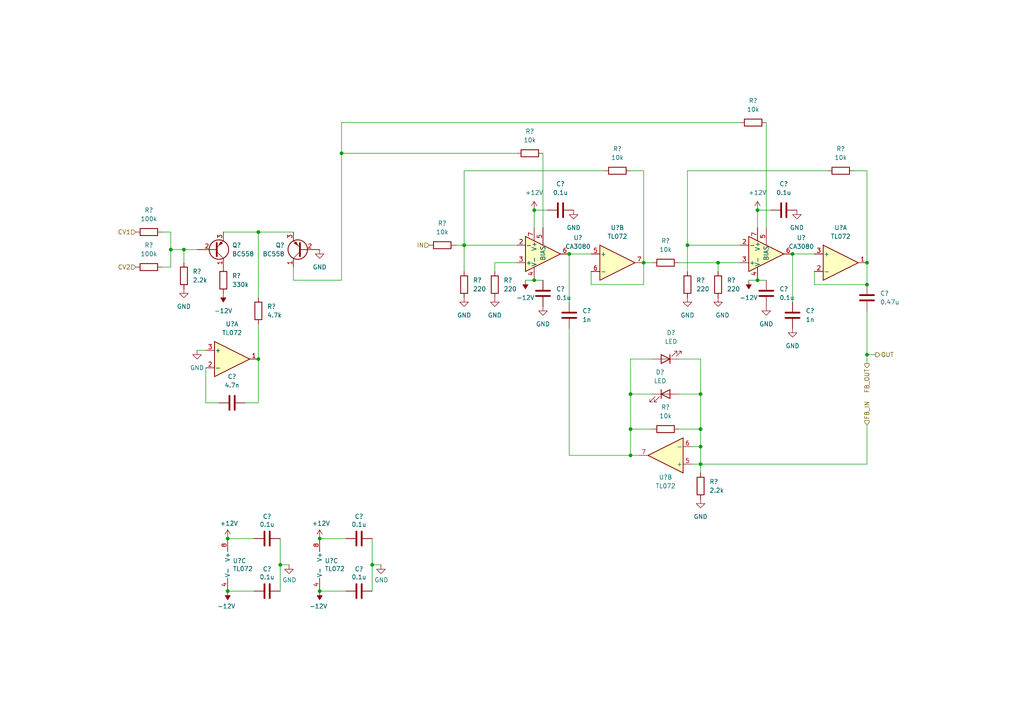
<source format=kicad_sch>
(kicad_sch (version 20211123) (generator eeschema)
  (paper "A4")
  (lib_symbols
    (symbol "Amplifier_Operational:CA3080" (pin_names (offset 0.127))
      (property "Reference" "U" (at 1.27 3.81 0))
      (property "Value" "CA3080" (at 1.27 -3.81 0))
      (symbol "CA3080_0_1"
        (polyline (pts (xy 5.08 0) (xy -5.08 -5.08) (xy -5.08 5.08) (xy 5.08 0)) (stroke (width 0.254)) (fill (type background)))
      )
      (symbol "CA3080_1_1"
        (pin no_connect line (at -2.54 2.54 270) (length 2.54) hide (name "NC") (number "1"))
        (pin input line (at -7.62 2.54 0) (length 2.54) (name "-") (number "2"))
        (pin input line (at -7.62 -2.54 0) (length 2.54) (name "+") (number "3"))
        (pin power_in line (at -2.54 -7.62 90) (length 3.81) (name "V-") (number "4"))
        (pin passive line (at 0 7.62 270) (length 5.08) (name "BIAS") (number "5"))
        (pin output line (at 7.62 0 180) (length 2.54) (name "~") (number "6"))
        (pin power_in line (at -2.54 7.62 270) (length 3.81) (name "V+") (number "7"))
        (pin no_connect line (at 0 2.54 270) (length 2.54) hide (name "NC") (number "8"))
      )
    )
    (symbol "Amplifier_Operational:TL072" (pin_names (offset 0.127))
      (property "Reference" "U" (at 0 5.08 0))
      (property "Value" "TL072" (at 0 -5.08 0))
      (symbol "TL072_1_1"
        (polyline (pts (xy -5.08 5.08) (xy 5.08 0) (xy -5.08 -5.08) (xy -5.08 5.08)) (stroke (width 0.254)) (fill (type background)))
        (pin output line (at 7.62 0 180) (length 2.54) (name "~") (number "1"))
        (pin input line (at -7.62 -2.54 0) (length 2.54) (name "-") (number "2"))
        (pin input line (at -7.62 2.54 0) (length 2.54) (name "+") (number "3"))
      )
      (symbol "TL072_2_1"
        (polyline (pts (xy -5.08 5.08) (xy 5.08 0) (xy -5.08 -5.08) (xy -5.08 5.08)) (stroke (width 0.254)) (fill (type background)))
        (pin input line (at -7.62 2.54 0) (length 2.54) (name "+") (number "5"))
        (pin input line (at -7.62 -2.54 0) (length 2.54) (name "-") (number "6"))
        (pin output line (at 7.62 0 180) (length 2.54) (name "~") (number "7"))
      )
      (symbol "TL072_3_1"
        (pin power_in line (at -2.54 -7.62 90) (length 3.81) (name "V-") (number "4"))
        (pin power_in line (at -2.54 7.62 270) (length 3.81) (name "V+") (number "8"))
      )
    )
    (symbol "Device:C" (pin_numbers hide) (pin_names (offset 0.254))
      (property "Reference" "C" (at 0.635 2.54 0))
      (property "Value" "C" (at 0.635 -2.54 0))
      (symbol "C_0_1"
        (polyline (pts (xy -2.032 -0.762) (xy 2.032 -0.762)) (stroke (width 0.508)))
        (polyline (pts (xy -2.032 0.762) (xy 2.032 0.762)) (stroke (width 0.508)))
      )
      (symbol "C_1_1"
        (pin passive line (at 0 3.81 270) (length 2.794) (name "~") (number "1"))
        (pin passive line (at 0 -3.81 90) (length 2.794) (name "~") (number "2"))
      )
    )
    (symbol "Device:LED" (pin_numbers hide) (pin_names (offset 1.016) hide)
      (property "Reference" "D" (at 0 2.54 0))
      (property "Value" "LED" (at 0 -2.54 0))
      (symbol "LED_0_1"
        (polyline (pts (xy -1.27 -1.27) (xy -1.27 1.27)) (stroke (width 0.254)))
        (polyline (pts (xy -1.27 0) (xy 1.27 0)))
        (polyline (pts (xy 1.27 -1.27) (xy 1.27 1.27) (xy -1.27 0) (xy 1.27 -1.27)) (stroke (width 0.254)))
        (polyline (pts (xy -3.048 -0.762) (xy -4.572 -2.286) (xy -3.81 -2.286) (xy -4.572 -2.286) (xy -4.572 -1.524)))
        (polyline (pts (xy -1.778 -0.762) (xy -3.302 -2.286) (xy -2.54 -2.286) (xy -3.302 -2.286) (xy -3.302 -1.524)))
      )
      (symbol "LED_1_1"
        (pin passive line (at -3.81 0 0) (length 2.54) (name "K") (number "1"))
        (pin passive line (at 3.81 0 180) (length 2.54) (name "A") (number "2"))
      )
    )
    (symbol "Device:R" (pin_numbers hide) (pin_names (offset 0))
      (property "Reference" "R" (at 2.032 0 90))
      (property "Value" "R" (at 0 0 90))
      (symbol "R_0_1"
        (rectangle (start -1.016 -2.54) (end 1.016 2.54) (stroke (width 0.254)))
      )
      (symbol "R_1_1"
        (pin passive line (at 0 3.81 270) (length 1.27) (name "~") (number "1"))
        (pin passive line (at 0 -3.81 90) (length 1.27) (name "~") (number "2"))
      )
    )
    (symbol "Transistor_BJT:BC558" (pin_names (offset 0) hide)
      (property "Reference" "Q" (at 5.08 1.905 0))
      (property "Value" "BC558" (at 5.08 0 0))
      (symbol "BC558_0_1"
        (polyline (pts (xy 0.635 0.635) (xy 2.54 2.54)))
        (polyline (pts (xy 0.635 -0.635) (xy 2.54 -2.54) (xy 2.54 -2.54)))
        (polyline (pts (xy 0.635 1.905) (xy 0.635 -1.905) (xy 0.635 -1.905)) (stroke (width 0.508)))
        (polyline (pts (xy 2.286 -1.778) (xy 1.778 -2.286) (xy 1.27 -1.27) (xy 2.286 -1.778) (xy 2.286 -1.778)) (fill (type outline)))
        (circle (center 1.27 0) (radius 2.8194) (stroke (width 0.254)))
      )
      (symbol "BC558_1_1"
        (pin passive line (at 2.54 5.08 270) (length 2.54) (name "C") (number "1"))
        (pin input line (at -5.08 0 0) (length 5.715) (name "B") (number "2"))
        (pin passive line (at 2.54 -5.08 90) (length 2.54) (name "E") (number "3"))
      )
    )
    (symbol "power:+12V" (power) (pin_names (offset 0))
      (property "Value" "+12V" (at 0 3.556 0))
      (symbol "+12V_0_1"
        (polyline (pts (xy -0.762 1.27) (xy 0 2.54)))
        (polyline (pts (xy 0 0) (xy 0 2.54)))
        (polyline (pts (xy 0 2.54) (xy 0.762 1.27)))
      )
      (symbol "+12V_1_1"
        (pin power_in line (at 0 0 90) (length 0) hide (name "+12V") (number "1"))
      )
    )
    (symbol "power:-12V" (power) (pin_names (offset 0))
      (property "Value" "-12V" (at 0 3.81 0))
      (symbol "-12V_0_0"
        (pin power_in line (at 0 0 90) (length 0) hide (name "-12V") (number "1"))
      )
      (symbol "-12V_0_1"
        (polyline (pts (xy 0 0) (xy 0 1.27) (xy 0.762 1.27) (xy 0 2.54) (xy -0.762 1.27) (xy 0 1.27)) (fill (type outline)))
      )
    )
    (symbol "power:GND" (power) (pin_names (offset 0))
      (property "Value" "GND" (at 0 -3.81 0))
      (symbol "GND_0_1"
        (polyline (pts (xy 0 0) (xy 0 -1.27) (xy 1.27 -1.27) (xy 0 -2.54) (xy -1.27 -1.27) (xy 0 -1.27)))
      )
      (symbol "GND_1_1"
        (pin power_in line (at 0 0 270) (length 0) hide (name "GND") (number "1"))
      )
    )
  )
  (junction (at 92.71 156.21))
  (junction (at 154.94 60.96))
  (junction (at 49.53 72.39))
  (junction (at 165.1 73.66))
  (junction (at 92.71 171.45))
  (junction (at 66.04 156.21))
  (junction (at 99.06 44.45))
  (junction (at 182.88 124.46))
  (junction (at 53.34 72.39))
  (junction (at 219.71 81.28))
  (junction (at 251.46 82.55))
  (junction (at 251.46 102.87))
  (junction (at 66.04 171.45))
  (junction (at 203.2 134.62))
  (junction (at 186.69 76.2))
  (junction (at 199.39 71.12))
  (junction (at 182.88 114.3))
  (junction (at 74.93 104.14))
  (junction (at 251.46 76.2))
  (junction (at 203.2 114.3))
  (junction (at 219.71 60.96))
  (junction (at 74.93 67.31))
  (junction (at 81.28 163.83))
  (junction (at 134.62 71.12))
  (junction (at 182.88 132.08))
  (junction (at 208.28 76.2))
  (junction (at 107.95 163.83))
  (junction (at 203.2 124.46))
  (junction (at 203.2 129.54))
  (junction (at 154.94 81.28))
  (junction (at 229.87 73.66))
  (wire (pts (xy 251.46 102.87) (xy 251.46 105.41)))
  (wire (pts (xy 143.51 78.74) (xy 143.51 76.2)))
  (wire (pts (xy 49.53 77.47) (xy 46.99 77.47)))
  (wire (pts (xy 134.62 71.12) (xy 134.62 78.74)))
  (wire (pts (xy 203.2 129.54) (xy 203.2 134.62)))
  (wire (pts (xy 53.34 76.2) (xy 53.34 72.39)))
  (wire (pts (xy 251.46 49.53) (xy 251.46 76.2)))
  (wire (pts (xy 208.28 76.2) (xy 214.63 76.2)))
  (wire (pts (xy 85.09 77.47) (xy 85.09 81.28)))
  (wire (pts (xy 251.46 82.55) (xy 251.46 76.2)))
  (wire (pts (xy 251.46 123.19) (xy 251.46 134.62)))
  (wire (pts (xy 223.52 60.96) (xy 219.71 60.96)))
  (wire (pts (xy 59.69 116.84) (xy 63.5 116.84)))
  (wire (pts (xy 171.45 78.74) (xy 171.45 82.55)))
  (wire (pts (xy 222.25 35.56) (xy 222.25 66.04)))
  (wire (pts (xy 152.4 81.28) (xy 154.94 81.28)))
  (wire (pts (xy 154.94 60.96) (xy 154.94 66.04)))
  (wire (pts (xy 100.33 156.21) (xy 92.71 156.21)))
  (wire (pts (xy 99.06 81.28) (xy 99.06 44.45)))
  (wire (pts (xy 199.39 71.12) (xy 214.63 71.12)))
  (wire (pts (xy 165.1 73.66) (xy 165.1 87.63)))
  (wire (pts (xy 214.63 35.56) (xy 99.06 35.56)))
  (wire (pts (xy 186.69 82.55) (xy 186.69 76.2)))
  (wire (pts (xy 186.69 49.53) (xy 186.69 76.2)))
  (wire (pts (xy 217.17 81.28) (xy 219.71 81.28)))
  (wire (pts (xy 229.87 73.66) (xy 229.87 87.63)))
  (wire (pts (xy 71.12 116.84) (xy 74.93 116.84)))
  (wire (pts (xy 154.94 81.28) (xy 157.48 81.28)))
  (wire (pts (xy 203.2 114.3) (xy 203.2 124.46)))
  (wire (pts (xy 196.85 114.3) (xy 203.2 114.3)))
  (wire (pts (xy 134.62 49.53) (xy 134.62 71.12)))
  (wire (pts (xy 66.04 171.45) (xy 73.66 171.45)))
  (wire (pts (xy 229.87 73.66) (xy 236.22 73.66)))
  (wire (pts (xy 236.22 82.55) (xy 251.46 82.55)))
  (wire (pts (xy 99.06 35.56) (xy 99.06 44.45)))
  (wire (pts (xy 73.66 156.21) (xy 66.04 156.21)))
  (wire (pts (xy 251.46 134.62) (xy 203.2 134.62)))
  (wire (pts (xy 182.88 104.14) (xy 189.23 104.14)))
  (wire (pts (xy 57.15 101.6) (xy 59.69 101.6)))
  (wire (pts (xy 74.93 116.84) (xy 74.93 104.14)))
  (wire (pts (xy 165.1 95.25) (xy 165.1 132.08)))
  (wire (pts (xy 107.95 156.21) (xy 107.95 163.83)))
  (wire (pts (xy 165.1 132.08) (xy 182.88 132.08)))
  (wire (pts (xy 85.09 81.28) (xy 99.06 81.28)))
  (wire (pts (xy 182.88 49.53) (xy 186.69 49.53)))
  (wire (pts (xy 171.45 82.55) (xy 186.69 82.55)))
  (wire (pts (xy 203.2 129.54) (xy 200.66 129.54)))
  (wire (pts (xy 81.28 156.21) (xy 81.28 163.83)))
  (wire (pts (xy 143.51 76.2) (xy 149.86 76.2)))
  (wire (pts (xy 74.93 67.31) (xy 85.09 67.31)))
  (wire (pts (xy 240.03 49.53) (xy 199.39 49.53)))
  (wire (pts (xy 182.88 124.46) (xy 182.88 132.08)))
  (wire (pts (xy 81.28 163.83) (xy 81.28 171.45)))
  (wire (pts (xy 203.2 134.62) (xy 203.2 137.16)))
  (wire (pts (xy 81.28 163.83) (xy 83.82 163.83)))
  (wire (pts (xy 175.26 49.53) (xy 134.62 49.53)))
  (wire (pts (xy 196.85 124.46) (xy 203.2 124.46)))
  (wire (pts (xy 208.28 78.74) (xy 208.28 76.2)))
  (wire (pts (xy 196.85 76.2) (xy 208.28 76.2)))
  (wire (pts (xy 203.2 104.14) (xy 203.2 114.3)))
  (wire (pts (xy 189.23 76.2) (xy 186.69 76.2)))
  (wire (pts (xy 59.69 106.68) (xy 59.69 116.84)))
  (wire (pts (xy 182.88 104.14) (xy 182.88 114.3)))
  (wire (pts (xy 132.08 71.12) (xy 134.62 71.12)))
  (wire (pts (xy 165.1 73.66) (xy 171.45 73.66)))
  (wire (pts (xy 92.71 171.45) (xy 100.33 171.45)))
  (wire (pts (xy 64.77 67.31) (xy 74.93 67.31)))
  (wire (pts (xy 158.75 60.96) (xy 154.94 60.96)))
  (wire (pts (xy 157.48 44.45) (xy 157.48 66.04)))
  (wire (pts (xy 46.99 67.31) (xy 49.53 67.31)))
  (wire (pts (xy 74.93 93.98) (xy 74.93 104.14)))
  (wire (pts (xy 199.39 49.53) (xy 199.39 71.12)))
  (wire (pts (xy 251.46 90.17) (xy 251.46 102.87)))
  (wire (pts (xy 49.53 67.31) (xy 49.53 72.39)))
  (wire (pts (xy 219.71 60.96) (xy 219.71 66.04)))
  (wire (pts (xy 49.53 72.39) (xy 49.53 77.47)))
  (wire (pts (xy 203.2 124.46) (xy 203.2 129.54)))
  (wire (pts (xy 182.88 114.3) (xy 189.23 114.3)))
  (wire (pts (xy 74.93 67.31) (xy 74.93 86.36)))
  (wire (pts (xy 149.86 71.12) (xy 134.62 71.12)))
  (wire (pts (xy 107.95 163.83) (xy 110.49 163.83)))
  (wire (pts (xy 219.71 81.28) (xy 222.25 81.28)))
  (wire (pts (xy 99.06 44.45) (xy 149.86 44.45)))
  (wire (pts (xy 182.88 132.08) (xy 185.42 132.08)))
  (wire (pts (xy 182.88 124.46) (xy 189.23 124.46)))
  (wire (pts (xy 203.2 134.62) (xy 200.66 134.62)))
  (wire (pts (xy 251.46 102.87) (xy 254 102.87)))
  (wire (pts (xy 199.39 71.12) (xy 199.39 78.74)))
  (wire (pts (xy 107.95 163.83) (xy 107.95 171.45)))
  (wire (pts (xy 247.65 49.53) (xy 251.46 49.53)))
  (wire (pts (xy 49.53 72.39) (xy 53.34 72.39)))
  (wire (pts (xy 182.88 114.3) (xy 182.88 124.46)))
  (wire (pts (xy 53.34 72.39) (xy 57.15 72.39)))
  (wire (pts (xy 236.22 78.74) (xy 236.22 82.55)))
  (wire (pts (xy 196.85 104.14) (xy 203.2 104.14)))
  (hierarchical_label "FB_OUT" (shape output) (at 251.46 105.41 270))
  (hierarchical_label "CV2" (shape input) (at 39.37 77.47 180))
  (hierarchical_label "IN" (shape input) (at 124.46 71.12 180))
  (hierarchical_label "FB_IN" (shape input) (at 251.46 123.19 90))
  (hierarchical_label "CV1" (shape input) (at 39.37 67.31 180))
  (hierarchical_label "OUT" (shape output) (at 254 102.87 0))
  (symbol (lib_id "Device:R") (at 43.18 67.31 90) (unit 1)
    (property "Reference" "R?" (at 43.18 60.96 90))
    (property "Value" "100k" (at 43.18 63.5 90))
  )
  (symbol (lib_id "Device:R") (at 203.2 140.97 180) (unit 1)
    (property "Reference" "R?" (at 205.74 139.6999 0) (effects (justify right)))
    (property "Value" "2.2k" (at 205.74 142.2399 0) (effects (justify right)))
  )
  (symbol (lib_id "Device:R") (at 143.51 82.55 0) (unit 1)
    (property "Reference" "R?" (at 146.05 81.2799 0) (effects (justify left)))
    (property "Value" "220" (at 146.05 83.8199 0) (effects (justify left)))
  )
  (symbol (lib_id "Device:C") (at 165.1 91.44 0) (unit 1)
    (property "Reference" "C?" (at 168.91 90.1699 0) (effects (justify left)))
    (property "Value" "1n" (at 168.91 92.7099 0) (effects (justify left)))
  )
  (symbol (lib_id "Device:C") (at 222.25 85.09 180) (unit 1)
    (property "Reference" "C?" (at 226.06 83.8199 0) (effects (justify right)))
    (property "Value" "0.1u" (at 226.06 86.3599 0) (effects (justify right)))
  )
  (symbol (lib_id "power:GND") (at 134.62 86.36 0) (unit 1)
    (property "Reference" "#PWR?" (effects hide))
    (property "Value" "GND" (at 134.62 91.44 0))
  )
  (symbol (lib_id "power:GND") (at 199.39 86.36 0) (unit 1)
    (property "Reference" "#PWR?" (effects hide))
    (property "Value" "GND" (at 199.39 91.44 0))
  )
  (symbol (lib_id "Amplifier_Operational:TL072") (at 193.04 132.08 180) (unit 2)
    (property "Reference" "U?" (at 193.04 138.43 0))
    (property "Value" "TL072" (at 193.04 140.97 0))
    (property "Datasheet" "http://www.ti.com/lit/ds/symlink/tl071.pdf" (effects hide))
  )
  (symbol (lib_id "Device:R") (at 128.27 71.12 90) (unit 1)
    (property "Reference" "R?" (at 128.27 64.77 90))
    (property "Value" "10k" (at 128.27 67.31 90))
  )
  (symbol (lib_id "Device:R") (at 199.39 82.55 0) (unit 1)
    (property "Reference" "R?" (at 201.93 81.2799 0) (effects (justify left)))
    (property "Value" "220" (at 201.93 83.8199 0) (effects (justify left)))
  )
  (symbol (lib_id "Transistor_BJT:BC558") (at 87.63 72.39 180) (unit 1)
    (property "Reference" "Q?" (at 82.55 71.1199 0) (effects (justify left)))
    (property "Value" "BC558" (at 82.55 73.6599 0) (effects (justify left)))
    (property "Footprint" "Package_TO_SOT_THT:TO-92_Inline" (effects hide))
    (property "Datasheet" "https://www.onsemi.com/pub/Collateral/BC556BTA-D.pdf" (effects hide))
  )
  (symbol (lib_id "Device:C") (at 229.87 91.44 0) (unit 1)
    (property "Reference" "C?" (at 233.68 90.1699 0) (effects (justify left)))
    (property "Value" "1n" (at 233.68 92.7099 0) (effects (justify left)))
  )
  (symbol (lib_id "Device:LED") (at 193.04 104.14 180) (unit 1)
    (property "Reference" "D?" (at 194.6275 96.52 0))
    (property "Value" "LED" (at 194.6275 99.06 0))
  )
  (symbol (lib_id "Device:C") (at 157.48 85.09 180) (unit 1)
    (property "Reference" "C?" (at 161.29 83.8199 0) (effects (justify right)))
    (property "Value" "0.1u" (at 161.29 86.3599 0) (effects (justify right)))
  )
  (symbol (lib_id "power:GND") (at 83.82 163.83 0) (unit 1)
    (property "Reference" "#PWR?" (effects hide))
    (property "Value" "GND" (at 83.947 168.2242 0))
  )
  (symbol (lib_id "Device:R") (at 179.07 49.53 90) (unit 1)
    (property "Reference" "R?" (at 179.07 43.18 90))
    (property "Value" "10k" (at 179.07 45.72 90))
  )
  (symbol (lib_id "power:GND") (at 57.15 101.6 0) (unit 1)
    (property "Reference" "#PWR?" (effects hide))
    (property "Value" "GND" (at 57.15 106.68 0))
  )
  (symbol (lib_id "Amplifier_Operational:CA3080") (at 222.25 73.66 0) (unit 1)
    (property "Reference" "U?" (at 232.41 68.961 0))
    (property "Value" "CA3080" (at 232.41 71.501 0))
    (property "Datasheet" "http://www.intersil.com/content/dam/Intersil/documents/ca30/ca3080-a.pdf" (effects hide))
  )
  (symbol (lib_id "power:-12V") (at 152.4 81.28 180) (unit 1)
    (property "Reference" "#PWR?" (effects hide))
    (property "Value" "-12V" (at 152.4 86.36 0))
  )
  (symbol (lib_id "power:-12V") (at 92.71 171.45 180) (unit 1)
    (property "Reference" "#PWR?" (effects hide))
    (property "Value" "-12V" (at 92.329 175.8442 0))
  )
  (symbol (lib_id "Amplifier_Operational:TL072") (at 243.84 76.2 0) (unit 1)
    (property "Reference" "U?" (at 243.84 66.04 0))
    (property "Value" "TL072" (at 243.84 68.58 0))
    (property "Datasheet" "http://www.ti.com/lit/ds/symlink/tl071.pdf" (effects hide))
  )
  (symbol (lib_id "power:GND") (at 229.87 95.25 0) (unit 1)
    (property "Reference" "#PWR?" (effects hide))
    (property "Value" "GND" (at 229.87 100.33 0))
  )
  (symbol (lib_id "Device:R") (at 153.67 44.45 90) (unit 1)
    (property "Reference" "R?" (at 153.67 38.1 90))
    (property "Value" "10k" (at 153.67 40.64 90))
  )
  (symbol (lib_id "Amplifier_Operational:TL072") (at 95.25 163.83 0) (unit 3)
    (property "Reference" "U?" (at 94.1832 162.6616 0) (effects (justify left)))
    (property "Value" "TL072" (at 94.1832 164.973 0) (effects (justify left)))
    (property "Footprint" "Package_DIP:DIP-8_W7.62mm_Socket" (effects hide))
    (property "Datasheet" "http://www.ti.com/lit/ds/symlink/tl071.pdf" (effects hide))
  )
  (symbol (lib_id "Device:C") (at 77.47 156.21 90) (unit 1)
    (property "Reference" "C?" (at 77.47 149.8092 90))
    (property "Value" "0.1u" (at 77.47 152.1206 90))
    (property "Footprint" "Capacitor_THT:C_Disc_D5.0mm_W2.5mm_P5.00mm" (effects hide))
  )
  (symbol (lib_id "Device:R") (at 193.04 124.46 90) (unit 1)
    (property "Reference" "R?" (at 193.04 118.11 90))
    (property "Value" "10k" (at 193.04 120.65 90))
  )
  (symbol (lib_id "power:+12V") (at 92.71 156.21 0) (unit 1)
    (property "Reference" "#PWR?" (effects hide))
    (property "Value" "+12V" (at 93.091 151.8158 0))
  )
  (symbol (lib_id "power:GND") (at 208.28 86.36 0) (unit 1)
    (property "Reference" "#PWR?" (effects hide))
    (property "Value" "GND" (at 209.55 91.44 0))
  )
  (symbol (lib_id "power:GND") (at 166.37 60.96 0) (unit 1)
    (property "Reference" "#PWR?" (effects hide))
    (property "Value" "GND" (at 166.37 66.04 0))
  )
  (symbol (lib_id "Device:R") (at 193.04 76.2 90) (unit 1)
    (property "Reference" "R?" (at 193.04 69.85 90))
    (property "Value" "10k" (at 193.04 72.39 90))
  )
  (symbol (lib_id "Device:C") (at 104.14 171.45 90) (unit 1)
    (property "Reference" "C?" (at 104.14 165.0492 90))
    (property "Value" "0.1u" (at 104.14 167.3606 90))
    (property "Footprint" "Capacitor_THT:C_Disc_D5.0mm_W2.5mm_P5.00mm" (effects hide))
  )
  (symbol (lib_id "Device:R") (at 243.84 49.53 90) (unit 1)
    (property "Reference" "R?" (at 243.84 43.18 90))
    (property "Value" "10k" (at 243.84 45.72 90))
  )
  (symbol (lib_id "Device:C") (at 104.14 156.21 90) (unit 1)
    (property "Reference" "C?" (at 104.14 149.8092 90))
    (property "Value" "0.1u" (at 104.14 152.1206 90))
    (property "Footprint" "Capacitor_THT:C_Disc_D5.0mm_W2.5mm_P5.00mm" (effects hide))
  )
  (symbol (lib_id "power:GND") (at 203.2 144.78 0) (unit 1)
    (property "Reference" "#PWR?" (effects hide))
    (property "Value" "GND" (at 203.2 149.86 0))
  )
  (symbol (lib_id "Device:R") (at 208.28 82.55 0) (unit 1)
    (property "Reference" "R?" (at 210.82 81.2799 0) (effects (justify left)))
    (property "Value" "220" (at 210.82 83.8199 0) (effects (justify left)))
  )
  (symbol (lib_id "power:GND") (at 231.14 60.96 0) (unit 1)
    (property "Reference" "#PWR?" (effects hide))
    (property "Value" "GND" (at 231.14 66.04 0))
  )
  (symbol (lib_id "power:GND") (at 92.71 72.39 0) (unit 1)
    (property "Reference" "#PWR?" (effects hide))
    (property "Value" "GND" (at 92.71 77.47 0))
  )
  (symbol (lib_id "Device:C") (at 227.33 60.96 270) (unit 1)
    (property "Reference" "C?" (at 227.33 53.34 90))
    (property "Value" "0.1u" (at 227.33 55.88 90))
  )
  (symbol (lib_id "Device:R") (at 134.62 82.55 0) (unit 1)
    (property "Reference" "R?" (at 137.16 81.2799 0) (effects (justify left)))
    (property "Value" "220" (at 137.16 83.8199 0) (effects (justify left)))
  )
  (symbol (lib_id "Device:C") (at 67.31 116.84 90) (unit 1)
    (property "Reference" "C?" (at 67.31 109.22 90))
    (property "Value" "4.7n" (at 67.31 111.76 90))
  )
  (symbol (lib_id "Device:R") (at 74.93 90.17 0) (unit 1)
    (property "Reference" "R?" (at 77.47 88.8999 0) (effects (justify left)))
    (property "Value" "4.7k" (at 77.47 91.4399 0) (effects (justify left)))
  )
  (symbol (lib_id "Transistor_BJT:BC558") (at 62.23 72.39 0) (mirror x) (unit 1)
    (property "Reference" "Q?" (at 67.31 71.1199 0) (effects (justify left)))
    (property "Value" "BC558" (at 67.31 73.6599 0) (effects (justify left)))
    (property "Footprint" "Package_TO_SOT_THT:TO-92_Inline" (effects hide))
    (property "Datasheet" "https://www.onsemi.com/pub/Collateral/BC556BTA-D.pdf" (effects hide))
  )
  (symbol (lib_id "power:GND") (at 110.49 163.83 0) (unit 1)
    (property "Reference" "#PWR?" (effects hide))
    (property "Value" "GND" (at 110.617 168.2242 0))
  )
  (symbol (lib_id "Amplifier_Operational:TL072") (at 67.31 104.14 0) (unit 1)
    (property "Reference" "U?" (at 67.31 93.98 0))
    (property "Value" "TL072" (at 67.31 96.52 0))
    (property "Datasheet" "http://www.ti.com/lit/ds/symlink/tl071.pdf" (effects hide))
  )
  (symbol (lib_id "power:GND") (at 143.51 86.36 0) (unit 1)
    (property "Reference" "#PWR?" (effects hide))
    (property "Value" "GND" (at 143.51 91.44 0))
  )
  (symbol (lib_id "power:GND") (at 222.25 88.9 0) (unit 1)
    (property "Reference" "#PWR?" (effects hide))
    (property "Value" "GND" (at 222.25 93.98 0))
  )
  (symbol (lib_id "power:GND") (at 157.48 88.9 0) (unit 1)
    (property "Reference" "#PWR?" (effects hide))
    (property "Value" "GND" (at 157.48 93.98 0))
  )
  (symbol (lib_id "Device:R") (at 53.34 80.01 0) (unit 1)
    (property "Reference" "R?" (at 55.88 78.7399 0) (effects (justify left)))
    (property "Value" "2.2k" (at 55.88 81.2799 0) (effects (justify left)))
  )
  (symbol (lib_id "Device:R") (at 218.44 35.56 90) (unit 1)
    (property "Reference" "R?" (at 218.44 29.21 90))
    (property "Value" "10k" (at 218.44 31.75 90))
  )
  (symbol (lib_id "power:+12V") (at 219.71 60.96 0) (unit 1)
    (property "Reference" "#PWR?" (effects hide))
    (property "Value" "+12V" (at 219.71 55.88 0))
  )
  (symbol (lib_id "Amplifier_Operational:TL072") (at 179.07 76.2 0) (unit 2)
    (property "Reference" "U?" (at 179.07 66.04 0))
    (property "Value" "TL072" (at 179.07 68.58 0))
    (property "Datasheet" "http://www.ti.com/lit/ds/symlink/tl071.pdf" (effects hide))
  )
  (symbol (lib_id "Device:R") (at 64.77 81.28 0) (unit 1)
    (property "Reference" "R?" (at 67.31 80.0099 0) (effects (justify left)))
    (property "Value" "330k" (at 67.31 82.5499 0) (effects (justify left)))
  )
  (symbol (lib_id "Device:C") (at 162.56 60.96 270) (unit 1)
    (property "Reference" "C?" (at 162.56 53.34 90))
    (property "Value" "0.1u" (at 162.56 55.88 90))
  )
  (symbol (lib_id "power:GND") (at 53.34 83.82 0) (unit 1)
    (property "Reference" "#PWR?" (effects hide))
    (property "Value" "GND" (at 53.34 88.9 0))
  )
  (symbol (lib_id "power:-12V") (at 64.77 85.09 180) (unit 1)
    (property "Reference" "#PWR?" (effects hide))
    (property "Value" "-12V" (at 64.77 90.17 0))
  )
  (symbol (lib_id "Device:LED") (at 193.04 114.3 0) (unit 1)
    (property "Reference" "D?" (at 191.4525 107.95 0))
    (property "Value" "LED" (at 191.4525 110.49 0))
  )
  (symbol (lib_id "power:+12V") (at 154.94 60.96 0) (unit 1)
    (property "Reference" "#PWR?" (effects hide))
    (property "Value" "+12V" (at 154.94 55.88 0))
  )
  (symbol (lib_id "Device:R") (at 43.18 77.47 90) (unit 1)
    (property "Reference" "R?" (at 43.18 71.12 90))
    (property "Value" "100k" (at 43.18 73.66 90))
  )
  (symbol (lib_id "power:-12V") (at 66.04 171.45 180) (unit 1)
    (property "Reference" "#PWR?" (effects hide))
    (property "Value" "-12V" (at 65.659 175.8442 0))
  )
  (symbol (lib_id "Amplifier_Operational:TL072") (at 68.58 163.83 0) (unit 3)
    (property "Reference" "U?" (at 67.5132 162.6616 0) (effects (justify left)))
    (property "Value" "TL072" (at 67.5132 164.973 0) (effects (justify left)))
    (property "Footprint" "Package_DIP:DIP-8_W7.62mm_Socket" (effects hide))
    (property "Datasheet" "http://www.ti.com/lit/ds/symlink/tl071.pdf" (effects hide))
  )
  (symbol (lib_id "Amplifier_Operational:CA3080") (at 157.48 73.66 0) (unit 1)
    (property "Reference" "U?" (at 167.64 68.961 0))
    (property "Value" "CA3080" (at 167.64 71.501 0))
    (property "Datasheet" "http://www.intersil.com/content/dam/Intersil/documents/ca30/ca3080-a.pdf" (effects hide))
  )
  (symbol (lib_id "Device:C") (at 251.46 86.36 0) (unit 1)
    (property "Reference" "C?" (at 255.27 85.0899 0) (effects (justify left)))
    (property "Value" "0.47u" (at 255.27 87.6299 0) (effects (justify left)))
  )
  (symbol (lib_id "power:-12V") (at 217.17 81.28 180) (unit 1)
    (property "Reference" "#PWR?" (effects hide))
    (property "Value" "-12V" (at 217.17 86.36 0))
  )
  (symbol (lib_id "power:+12V") (at 66.04 156.21 0) (unit 1)
    (property "Reference" "#PWR?" (effects hide))
    (property "Value" "+12V" (at 66.421 151.8158 0))
  )
  (symbol (lib_id "Device:C") (at 77.47 171.45 90) (unit 1)
    (property "Reference" "C?" (at 77.47 165.0492 90))
    (property "Value" "0.1u" (at 77.47 167.3606 90))
    (property "Footprint" "Capacitor_THT:C_Disc_D5.0mm_W2.5mm_P5.00mm" (effects hide))
  )
)
</source>
